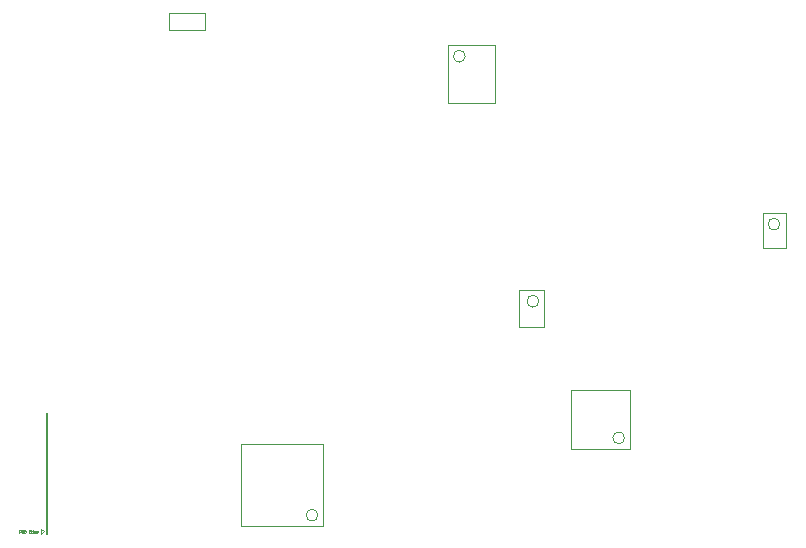
<source format=gbr>
%TF.GenerationSoftware,Altium Limited,Altium Designer,20.2.4 (192)*%
G04 Layer_Color=16711935*
%FSLAX25Y25*%
%MOIN*%
%TF.SameCoordinates,A525E99E-696F-4D77-ADFC-FB6725D68D10*%
%TF.FilePolarity,Positive*%
%TF.FileFunction,Other,Mechanical_13*%
%TF.Part,Single*%
G01*
G75*
%TA.AperFunction,NonConductor*%
%ADD130C,0.00787*%
%ADD132C,0.00394*%
%ADD134C,0.00197*%
D130*
X435Y185906D02*
X435Y226064D01*
D132*
X244882Y289130D02*
G03*
X244882Y289130I-1969J0D01*
G01*
X164512Y263400D02*
G03*
X164512Y263400I-1969J0D01*
G01*
X90890Y192082D02*
G03*
X90890Y192082I-1969J0D01*
G01*
X193110Y217870D02*
G03*
X193110Y217870I-1969J0D01*
G01*
X140004Y345102D02*
G03*
X140004Y345102I-1969J0D01*
G01*
X239173Y281059D02*
Y292870D01*
X247047Y281059D02*
Y292870D01*
X239173D02*
X247047D01*
X239173Y281059D02*
X247047D01*
X158016Y267140D02*
X166284D01*
X158016Y254935D02*
X166284D01*
Y267140D01*
X158016Y254935D02*
Y267140D01*
X65102Y215901D02*
X92661D01*
X65102Y188342D02*
X92661D01*
X65102D02*
Y215901D01*
X92661D02*
X92661Y188342D01*
X175197Y233815D02*
X194882D01*
X175197Y214130D02*
X194882D01*
X175197D02*
Y233815D01*
X194882Y214130D02*
Y233815D01*
X134295Y329354D02*
X149846D01*
X134295Y348842D02*
X149846D01*
Y329354D02*
Y348842D01*
X134295Y329354D02*
Y348842D01*
X41339Y359405D02*
X53149D01*
X41339Y353893D02*
X53149D01*
Y359405D01*
X41339Y353893D02*
Y359405D01*
D134*
X-1494Y187481D02*
X-1494Y185906D01*
X-313Y186694D01*
X-1494Y187481D02*
X-313Y186694D01*
X-8581Y186300D02*
Y187087D01*
X-8187D01*
X-8056Y186956D01*
Y186694D01*
X-8187Y186562D01*
X-8581D01*
X-7269Y186956D02*
X-7400Y187087D01*
X-7662D01*
X-7794Y186956D01*
Y186431D01*
X-7662Y186300D01*
X-7400D01*
X-7269Y186431D01*
X-7006Y187087D02*
Y186300D01*
X-6613D01*
X-6482Y186431D01*
Y186562D01*
X-6613Y186694D01*
X-7006D01*
X-6613D01*
X-6482Y186825D01*
Y186956D01*
X-6613Y187087D01*
X-7006D01*
X-4907D02*
X-5432D01*
Y186300D01*
X-4907D01*
X-5432Y186694D02*
X-5170D01*
X-4120Y187087D02*
Y186300D01*
X-4514D01*
X-4645Y186431D01*
Y186694D01*
X-4514Y186825D01*
X-4120D01*
X-3596Y186038D02*
X-3464D01*
X-3333Y186169D01*
Y186825D01*
X-3727D01*
X-3858Y186694D01*
Y186431D01*
X-3727Y186300D01*
X-3333D01*
X-2677D02*
X-2940D01*
X-3071Y186431D01*
Y186694D01*
X-2940Y186825D01*
X-2677D01*
X-2546Y186694D01*
Y186562D01*
X-3071D01*
%TF.MD5,43f5bd7bf603041c9b1b3b3a3c2c79dc*%
M02*

</source>
